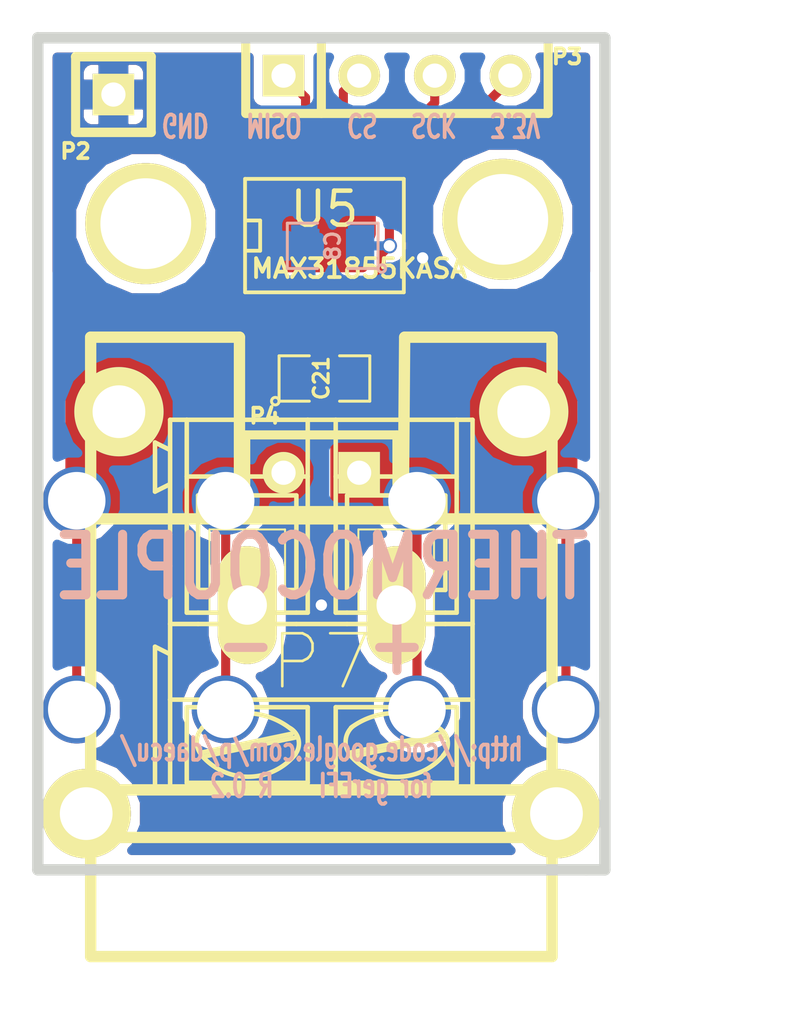
<source format=kicad_pcb>
(kicad_pcb (version 3) (host pcbnew "(2013-07-07 BZR 4022)-stable")

  (general
    (links 27)
    (no_connects 0)
    (area 93.7768 56.5658 124.877288 94.6912)
    (thickness 1.6002)
    (drawings 14)
    (tracks 56)
    (zones 0)
    (modules 12)
    (nets 8)
  )

  (page A)
  (title_block 
    (title "Thermocouple breakout")
    (rev R0.2)
    (company "gerEFI by DAECU")
  )

  (layers
    (15 Front signal)
    (0 Back signal)
    (16 B.Adhes user)
    (17 F.Adhes user)
    (18 B.Paste user)
    (19 F.Paste user)
    (20 B.SilkS user)
    (21 F.SilkS user)
    (22 B.Mask user)
    (23 F.Mask user)
    (24 Dwgs.User user)
    (25 Cmts.User user)
    (26 Eco1.User user)
    (27 Eco2.User user)
    (28 Edge.Cuts user)
  )

  (setup
    (last_trace_width 0.3048)
    (user_trace_width 0.381)
    (user_trace_width 0.508)
    (user_trace_width 0.635)
    (user_trace_width 1.016)
    (trace_clearance 0.3048)
    (zone_clearance 0.3048)
    (zone_45_only no)
    (trace_min 0.00762)
    (segment_width 0.381)
    (edge_width 0.381)
    (via_size 0.508)
    (via_drill 0.381)
    (via_min_size 0.02032)
    (via_min_drill 0.381)
    (user_via 1.00076 0.89916)
    (uvia_size 0.508)
    (uvia_drill 0.127)
    (uvias_allowed no)
    (uvia_min_size 0.02032)
    (uvia_min_drill 0.127)
    (pcb_text_width 0.3048)
    (pcb_text_size 1.524 2.032)
    (mod_edge_width 0.254)
    (mod_text_size 1.524 1.524)
    (mod_text_width 0.3048)
    (pad_size 0.635 1.143)
    (pad_drill 0)
    (pad_to_mask_clearance 0.254)
    (aux_axis_origin 0 0)
    (visible_elements 7FFFFF3F)
    (pcbplotparams
      (layerselection 284983297)
      (usegerberextensions true)
      (excludeedgelayer true)
      (linewidth 0.150000)
      (plotframeref false)
      (viasonmask false)
      (mode 1)
      (useauxorigin false)
      (hpglpennumber 1)
      (hpglpenspeed 20)
      (hpglpendiameter 15)
      (hpglpenoverlay 0)
      (psnegative false)
      (psa4output false)
      (plotreference true)
      (plotvalue false)
      (plotothertext false)
      (plotinvisibletext false)
      (padsonsilk false)
      (subtractmaskfromsilk false)
      (outputformat 1)
      (mirror false)
      (drillshape 1)
      (scaleselection 1)
      (outputdirectory gerbers/gerbers_Spin2/))
  )

  (net 0 "")
  (net 1 //CS)
  (net 2 /MISO)
  (net 3 /SCK)
  (net 4 /TCPL+)
  (net 5 /TCPL-)
  (net 6 3.3v)
  (net 7 GND)

  (net_class Default "This is the default net class."
    (clearance 0.3048)
    (trace_width 0.3048)
    (via_dia 0.508)
    (via_drill 0.381)
    (uvia_dia 0.508)
    (uvia_drill 0.127)
    (add_net "")
    (add_net //CS)
    (add_net /MISO)
    (add_net /SCK)
    (add_net /TCPL+)
    (add_net /TCPL-)
    (add_net 3.3v)
    (add_net GND)
  )

  (module 1pin (layer Front) (tedit 4F629911) (tstamp 4F628E0D)
    (at 98.87712 65.29578)
    (descr "module 1 pin (ou trou mecanique de percage)")
    (tags DEV)
    (path /4F629521)
    (fp_text reference V802 (at 0 -3.048) (layer F.SilkS) hide
      (effects (font (size 1.016 1.016) (thickness 0.254)))
    )
    (fp_text value VIA (at 0 2.794) (layer F.SilkS) hide
      (effects (font (size 1.016 1.016) (thickness 0.254)))
    )
    (pad 1 thru_hole circle (at 0 0) (size 4.064 4.064) (drill 3.048)
      (layers *.Cu *.Mask F.SilkS)
    )
  )

  (module 1pin (layer Front) (tedit 4F629903) (tstamp 4F6280CB)
    (at 110.871 65.151)
    (descr "module 1 pin (ou trou mecanique de percage)")
    (tags DEV)
    (path /4F627FCA)
    (fp_text reference V801 (at 0 -3.048) (layer F.SilkS) hide
      (effects (font (size 1.016 1.016) (thickness 0.254)))
    )
    (fp_text value VIA (at 0 2.794) (layer F.SilkS) hide
      (effects (font (size 1.016 1.016) (thickness 0.254)))
    )
    (pad 1 thru_hole circle (at 0 0) (size 4.064 4.064) (drill 3.048)
      (layers *.Cu *.Mask F.SilkS)
    )
  )

  (module SO8E (layer Front) (tedit 4F661D77) (tstamp 4E47F42B)
    (at 104.87914 65.6971)
    (descr "module CMS SOJ 8 pins etroit")
    (tags "CMS SOJ")
    (path /4E13FF86)
    (attr smd)
    (fp_text reference U5 (at 0 -0.889) (layer F.SilkS)
      (effects (font (size 1.143 1.143) (thickness 0.1524)))
    )
    (fp_text value MAX31855KASA (at 1.16586 1.1049) (layer F.SilkS)
      (effects (font (size 0.635 0.635) (thickness 0.127)))
    )
    (fp_line (start -2.667 1.778) (end -2.667 1.905) (layer F.SilkS) (width 0.127))
    (fp_line (start -2.667 1.905) (end 2.667 1.905) (layer F.SilkS) (width 0.127))
    (fp_line (start 2.667 -1.905) (end -2.667 -1.905) (layer F.SilkS) (width 0.127))
    (fp_line (start -2.667 -1.905) (end -2.667 1.778) (layer F.SilkS) (width 0.127))
    (fp_line (start -2.667 -0.508) (end -2.159 -0.508) (layer F.SilkS) (width 0.127))
    (fp_line (start -2.159 -0.508) (end -2.159 0.508) (layer F.SilkS) (width 0.127))
    (fp_line (start -2.159 0.508) (end -2.667 0.508) (layer F.SilkS) (width 0.127))
    (fp_line (start 2.667 -1.905) (end 2.667 1.905) (layer F.SilkS) (width 0.127))
    (pad 8 smd rect (at -1.905 -2.667) (size 0.508 1.143)
      (layers Front F.Paste F.Mask)
    )
    (pad 1 smd rect (at -1.905 2.667) (size 0.508 1.143)
      (layers Front F.Paste F.Mask)
      (net 7 GND)
    )
    (pad 7 smd rect (at -0.635 -2.667) (size 0.508 1.143)
      (layers Front F.Paste F.Mask)
      (net 2 /MISO)
    )
    (pad 6 smd rect (at 0.635 -2.667) (size 0.508 1.143)
      (layers Front F.Paste F.Mask)
      (net 1 //CS)
    )
    (pad 5 smd rect (at 1.905 -2.667) (size 0.508 1.143)
      (layers Front F.Paste F.Mask)
      (net 3 /SCK)
    )
    (pad 2 smd rect (at -0.635 2.667) (size 0.508 1.143)
      (layers Front F.Paste F.Mask)
      (net 5 /TCPL-)
    )
    (pad 3 smd rect (at 0.635 2.667) (size 0.508 1.143)
      (layers Front F.Paste F.Mask)
      (net 4 /TCPL+)
    )
    (pad 4 smd rect (at 1.905 2.667) (size 0.508 1.143)
      (layers Front F.Paste F.Mask)
      (net 6 3.3v)
    )
    (model 3D/so-8.wrl
      (at (xyz 0 0 0))
      (scale (xyz 1 1 1))
      (rotate (xyz 0 0 0))
    )
  )

  (module tcpl_PCC-SMP (layer Front) (tedit 535A1C3C) (tstamp 535A19ED)
    (at 104.775 78.359 270)
    (path /535A15DB)
    (fp_text reference P1 (at -1.778 9.779 270) (layer F.SilkS) hide
      (effects (font (size 1.524 1.524) (thickness 0.3048)))
    )
    (fp_text value CONN_2 (at -1.5748 4.699 360) (layer F.SilkS) hide
      (effects (font (size 1.524 1.524) (thickness 0.3048)))
    )
    (fp_text user - (at 1.016 2.54 360) (layer F.SilkS)
      (effects (font (size 1.524 1.524) (thickness 0.3048)))
    )
    (fp_text user + (at 1.016 -2.54 270) (layer F.SilkS)
      (effects (font (size 1.524 1.524) (thickness 0.3048)))
    )
    (fp_line (start -3.0988 7.74954) (end -9.25068 7.74954) (layer F.SilkS) (width 0.381))
    (fp_line (start -9.25068 7.74954) (end -9.25068 2.75082) (layer F.SilkS) (width 0.381))
    (fp_line (start -9.25068 2.75082) (end -3.1496 2.75082) (layer F.SilkS) (width 0.381))
    (fp_line (start -3.1496 -2.75082) (end -9.25068 -2.79908) (layer F.SilkS) (width 0.381))
    (fp_line (start -9.25068 -2.79908) (end -9.25068 -7.74954) (layer F.SilkS) (width 0.381))
    (fp_line (start -9.25068 -7.74954) (end -3.1496 -7.74954) (layer F.SilkS) (width 0.381))
    (fp_line (start 5.95122 7.74954) (end 5.95122 -7.74954) (layer F.SilkS) (width 0.381))
    (fp_line (start 7.54888 -7.74954) (end 7.54888 7.74954) (layer F.SilkS) (width 0.381))
    (fp_line (start -3.1496 -7.74954) (end 11.54938 -7.74954) (layer F.SilkS) (width 0.381))
    (fp_line (start -3.1496 7.74954) (end -3.1496 -7.74954) (layer F.SilkS) (width 0.381))
    (fp_line (start 11.54938 7.74954) (end -3.1496 7.74954) (layer F.SilkS) (width 0.381))
    (fp_line (start 11.54938 -7.74954) (end 11.54938 7.74954) (layer F.SilkS) (width 0.381))
    (pad M thru_hole circle (at 6.74878 -7.8994 270) (size 2.99974 2.99974) (drill 1.77038)
      (layers *.Cu *.Mask F.SilkS)
    )
    (pad M thru_hole circle (at 6.74878 7.8994 270) (size 2.99974 2.99974) (drill 1.77038)
      (layers *.Cu *.Mask F.SilkS)
    )
    (pad 2 thru_hole circle (at -6.74878 -6.79958 270) (size 2.99974 2.99974) (drill 1.77038)
      (layers *.Cu *.Mask F.SilkS)
      (net 4 /TCPL+)
    )
    (pad 1 thru_hole circle (at -6.74878 6.79958 270) (size 2.99974 2.99974) (drill 1.77038)
      (layers *.Cu *.Mask F.SilkS)
      (net 5 /TCPL-)
    )
    (model 3D/TCPL_CONNECTOR_PCC-SMP.wrl
      (at (xyz 0.46 0.315 -0.17))
      (scale (xyz 10 10 10))
      (rotate (xyz 0 0 180))
    )
  )

  (module SIL-4 (layer Front) (tedit 535A1D77) (tstamp 4F67B26C)
    (at 107.315 60.325)
    (descr "Connecteur 4 pibs")
    (tags "CONN DEV")
    (path /535A166C)
    (fp_text reference P3 (at 5.715 -0.635) (layer F.SilkS)
      (effects (font (size 0.508 0.508) (thickness 0.127)))
    )
    (fp_text value CONN_4 (at 0 -2.54) (layer F.SilkS) hide
      (effects (font (size 1.524 1.016) (thickness 0.3048)))
    )
    (fp_line (start -5.08 -1.27) (end -5.08 -1.27) (layer F.SilkS) (width 0.3048))
    (fp_line (start -5.08 1.27) (end -5.08 -1.27) (layer F.SilkS) (width 0.3048))
    (fp_line (start -5.08 -1.27) (end -5.08 -1.27) (layer F.SilkS) (width 0.3048))
    (fp_line (start -5.08 -1.27) (end 5.08 -1.27) (layer F.SilkS) (width 0.3048))
    (fp_line (start 5.08 -1.27) (end 5.08 1.27) (layer F.SilkS) (width 0.3048))
    (fp_line (start 5.08 1.27) (end -5.08 1.27) (layer F.SilkS) (width 0.3048))
    (fp_line (start -2.54 1.27) (end -2.54 -1.27) (layer F.SilkS) (width 0.3048))
    (pad 1 thru_hole rect (at -3.81 0) (size 1.397 1.397) (drill 0.8128)
      (layers *.Cu *.Mask F.SilkS)
      (net 2 /MISO)
    )
    (pad 2 thru_hole circle (at -1.27 0) (size 1.397 1.397) (drill 0.8128)
      (layers *.Cu *.Mask F.SilkS)
      (net 1 //CS)
    )
    (pad 3 thru_hole circle (at 1.27 0) (size 1.397 1.397) (drill 0.8128)
      (layers *.Cu *.Mask F.SilkS)
      (net 3 /SCK)
    )
    (pad 4 thru_hole circle (at 3.81 0) (size 1.397 1.397) (drill 0.8128)
      (layers *.Cu *.Mask F.SilkS)
      (net 6 3.3v)
    )
  )

  (module SIL-1 (layer Front) (tedit 535A1D7C) (tstamp 4F5CF533)
    (at 97.79 60.96 180)
    (descr "Connecteurs 1 pin")
    (tags "CONN DEV")
    (path /535A1737)
    (fp_text reference P2 (at 1.27 -1.905 180) (layer F.SilkS)
      (effects (font (size 0.508 0.508) (thickness 0.127)))
    )
    (fp_text value CONN_1 (at 0 -2.54 180) (layer F.SilkS) hide
      (effects (font (size 1.524 1.016) (thickness 0.254)))
    )
    (fp_line (start -1.27 1.27) (end 1.27 1.27) (layer F.SilkS) (width 0.3175))
    (fp_line (start -1.27 -1.27) (end 1.27 -1.27) (layer F.SilkS) (width 0.3175))
    (fp_line (start -1.27 1.27) (end -1.27 -1.27) (layer F.SilkS) (width 0.3048))
    (fp_line (start 1.27 -1.27) (end 1.27 1.27) (layer F.SilkS) (width 0.3048))
    (pad 1 thru_hole rect (at 0 0 180) (size 1.397 1.397) (drill 0.8128)
      (layers *.Cu *.Mask F.SilkS)
      (net 7 GND)
    )
  )

  (module SIL-2 (layer Front) (tedit 535A1CFD) (tstamp 535A1BB9)
    (at 104.775 73.66 180)
    (descr "Connecteurs 2 pins")
    (tags "CONN DEV")
    (path /535A1B1D)
    (fp_text reference P4 (at 1.905 1.905 180) (layer F.SilkS)
      (effects (font (size 0.508 0.508) (thickness 0.127)))
    )
    (fp_text value CONN_2 (at 0 -2.54 180) (layer F.SilkS) hide
      (effects (font (size 1.524 1.016) (thickness 0.3048)))
    )
    (fp_line (start -2.54 1.27) (end -2.54 -1.27) (layer F.SilkS) (width 0.3048))
    (fp_line (start -2.54 -1.27) (end 2.54 -1.27) (layer F.SilkS) (width 0.3048))
    (fp_line (start 2.54 -1.27) (end 2.54 1.27) (layer F.SilkS) (width 0.3048))
    (fp_line (start 2.54 1.27) (end -2.54 1.27) (layer F.SilkS) (width 0.3048))
    (pad 1 thru_hole rect (at -1.27 0 180) (size 1.397 1.397) (drill 0.8128)
      (layers *.Cu *.Mask F.SilkS)
      (net 4 /TCPL+)
    )
    (pad 2 thru_hole circle (at 1.27 0 180) (size 1.397 1.397) (drill 0.8128)
      (layers *.Cu *.Mask F.SilkS)
      (net 5 /TCPL-)
    )
  )

  (module SM0805-SM0603 (layer Back) (tedit 54220BA7) (tstamp 4E47F455)
    (at 105.156 66.04 180)
    (path /4E13FFE2)
    (attr smd)
    (fp_text reference C8 (at 0 0 450) (layer B.SilkS)
      (effects (font (size 0.50038 0.50038) (thickness 0.10922)) (justify mirror))
    )
    (fp_text value 100nF (at 0 -0.381 180) (layer B.SilkS) hide
      (effects (font (size 0.50038 0.50038) (thickness 0.10922)) (justify mirror))
    )
    (fp_circle (center -1.651 -0.762) (end -1.651 -0.635) (layer B.SilkS) (width 0.09906))
    (fp_line (start -0.508 -0.762) (end -1.524 -0.762) (layer B.SilkS) (width 0.09906))
    (fp_line (start -1.524 -0.762) (end -1.524 0.762) (layer B.SilkS) (width 0.09906))
    (fp_line (start -1.524 0.762) (end -0.508 0.762) (layer B.SilkS) (width 0.09906))
    (fp_line (start 0.508 0.762) (end 1.524 0.762) (layer B.SilkS) (width 0.09906))
    (fp_line (start 1.524 0.762) (end 1.524 -0.762) (layer B.SilkS) (width 0.09906))
    (fp_line (start 1.524 -0.762) (end 0.508 -0.762) (layer B.SilkS) (width 0.09906))
    (pad 1 smd rect (at -0.9525 0 180) (size 0.889 1.397)
      (layers Back B.Paste B.Mask)
      (net 6 3.3v)
    )
    (pad 2 smd rect (at 0.9525 0 180) (size 0.889 1.397)
      (layers Back B.Paste B.Mask)
      (net 7 GND)
    )
    (pad 1 smd rect (at -0.762 0 180) (size 0.635 1.143)
      (layers Back B.Paste B.Mask)
      (net 6 3.3v)
    )
    (pad 2 smd rect (at 0.762 0 180) (size 0.635 1.143)
      (layers Back B.Paste B.Mask)
      (net 7 GND)
    )
    (model smd/chip_cms.wrl
      (at (xyz 0 0 0))
      (scale (xyz 0.1 0.1 0.1))
      (rotate (xyz 0 0 0))
    )
  )

  (module SM0805-SM0603 (layer Front) (tedit 54220B8D) (tstamp 4E4C6BB1)
    (at 104.87914 70.49516)
    (path /4E4C6B54)
    (attr smd)
    (fp_text reference C21 (at -0.10414 -0.01016 90) (layer F.SilkS)
      (effects (font (size 0.50038 0.50038) (thickness 0.10922)))
    )
    (fp_text value 10nF (at 0 0.381) (layer F.SilkS) hide
      (effects (font (size 0.50038 0.50038) (thickness 0.10922)))
    )
    (fp_circle (center -1.651 0.762) (end -1.651 0.635) (layer F.SilkS) (width 0.09906))
    (fp_line (start -0.508 0.762) (end -1.524 0.762) (layer F.SilkS) (width 0.09906))
    (fp_line (start -1.524 0.762) (end -1.524 -0.762) (layer F.SilkS) (width 0.09906))
    (fp_line (start -1.524 -0.762) (end -0.508 -0.762) (layer F.SilkS) (width 0.09906))
    (fp_line (start 0.508 -0.762) (end 1.524 -0.762) (layer F.SilkS) (width 0.09906))
    (fp_line (start 1.524 -0.762) (end 1.524 0.762) (layer F.SilkS) (width 0.09906))
    (fp_line (start 1.524 0.762) (end 0.508 0.762) (layer F.SilkS) (width 0.09906))
    (pad 1 smd rect (at -0.9525 0) (size 0.889 1.397)
      (layers Front F.Paste F.Mask)
      (net 5 /TCPL-)
    )
    (pad 2 smd rect (at 0.9525 0) (size 0.889 1.397)
      (layers Front F.Paste F.Mask)
      (net 4 /TCPL+)
    )
    (pad 1 smd rect (at -0.762 0) (size 0.635 1.143)
      (layers Front F.Paste F.Mask)
      (net 5 /TCPL-)
    )
    (pad 2 smd rect (at 0.762 0) (size 0.635 1.143)
      (layers Front F.Paste F.Mask)
      (net 4 /TCPL+)
    )
    (model smd/chip_cms.wrl
      (at (xyz 0 0 0))
      (scale (xyz 0.1 0.1 0.1))
      (rotate (xyz 0 0 0))
    )
  )

  (module SCREW_TERM_534-7693 (layer Front) (tedit 54C42281) (tstamp 54C427F8)
    (at 99.06 78.105 180)
    (path /54C4236A)
    (fp_text reference P5 (at 0 -0.3175 180) (layer F.SilkS) hide
      (effects (font (size 0.127 0.127) (thickness 0.00254)))
    )
    (fp_text value CONN_1 (at 0.09906 -0.8001 180) (layer F.SilkS) hide
      (effects (font (size 0.127 0.127) (thickness 0.00254)))
    )
    (pad 1 thru_hole circle (at 2.5019 -3.5052 180) (size 2.286 2.286) (drill 1.9304)
      (layers *.Cu *.Mask)
      (net 5 /TCPL-)
    )
    (pad 1 thru_hole circle (at 2.5019 3.5052 180) (size 2.286 2.286) (drill 1.9304)
      (layers *.Cu *.Mask)
      (net 5 /TCPL-)
    )
    (pad 1 thru_hole circle (at -2.5019 3.5052 180) (size 2.286 2.286) (drill 1.9304)
      (layers *.Cu *.Mask)
      (net 5 /TCPL-)
    )
    (pad 1 thru_hole circle (at -2.5019 -3.5052 180) (size 2.286 2.286) (drill 1.9304)
      (layers *.Cu *.Mask)
      (net 5 /TCPL-)
    )
    (model 3D/screw_term_534-7693.wrl
      (at (xyz 0 0 0.22))
      (scale (xyz 10 10 10))
      (rotate (xyz 270 0 90))
    )
  )

  (module SCREW_TERM_534-7693 (layer Front) (tedit 54C42281) (tstamp 54C42800)
    (at 110.49 78.105 180)
    (path /54C42383)
    (fp_text reference P6 (at 0 -0.3175 180) (layer F.SilkS) hide
      (effects (font (size 0.127 0.127) (thickness 0.00254)))
    )
    (fp_text value CONN_1 (at 0.09906 -0.8001 180) (layer F.SilkS) hide
      (effects (font (size 0.127 0.127) (thickness 0.00254)))
    )
    (pad 1 thru_hole circle (at 2.5019 -3.5052 180) (size 2.286 2.286) (drill 1.9304)
      (layers *.Cu *.Mask)
      (net 4 /TCPL+)
    )
    (pad 1 thru_hole circle (at 2.5019 3.5052 180) (size 2.286 2.286) (drill 1.9304)
      (layers *.Cu *.Mask)
      (net 4 /TCPL+)
    )
    (pad 1 thru_hole circle (at -2.5019 3.5052 180) (size 2.286 2.286) (drill 1.9304)
      (layers *.Cu *.Mask)
      (net 4 /TCPL+)
    )
    (pad 1 thru_hole circle (at -2.5019 -3.5052 180) (size 2.286 2.286) (drill 1.9304)
      (layers *.Cu *.Mask)
      (net 4 /TCPL+)
    )
    (model 3D/screw_term_534-7693.wrl
      (at (xyz 0 0 0.22))
      (scale (xyz 10 10 10))
      (rotate (xyz 270 0 90))
    )
  )

  (module AK300-2 (layer Front) (tedit 54C7CA13) (tstamp 54C7DD75)
    (at 104.775 78.105 180)
    (descr CONNECTOR)
    (tags CONNECTOR)
    (path /54C7C9BE)
    (attr virtual)
    (fp_text reference P7 (at 0 -1.905 180) (layer F.SilkS)
      (effects (font (size 1.778 1.778) (thickness 0.0889)))
    )
    (fp_text value CONN_2 (at 0.254 7.747 180) (layer F.SilkS) hide
      (effects (font (size 1.778 1.778) (thickness 0.0889)))
    )
    (fp_line (start -3.7846 2.54) (end -1.2446 2.54) (layer F.SilkS) (width 0.06604))
    (fp_line (start -1.2446 2.54) (end -1.2446 -0.254) (layer F.SilkS) (width 0.06604))
    (fp_line (start -3.7846 -0.254) (end -1.2446 -0.254) (layer F.SilkS) (width 0.06604))
    (fp_line (start -3.7846 2.54) (end -3.7846 -0.254) (layer F.SilkS) (width 0.06604))
    (fp_line (start 1.2192 2.54) (end 3.7592 2.54) (layer F.SilkS) (width 0.06604))
    (fp_line (start 3.7592 2.54) (end 3.7592 -0.254) (layer F.SilkS) (width 0.06604))
    (fp_line (start 1.2192 -0.254) (end 3.7592 -0.254) (layer F.SilkS) (width 0.06604))
    (fp_line (start 1.2192 2.54) (end 1.2192 -0.254) (layer F.SilkS) (width 0.06604))
    (fp_line (start 5.08 -6.223) (end 5.08 -3.175) (layer F.SilkS) (width 0.1524))
    (fp_line (start 5.08 -6.223) (end -5.08 -6.223) (layer F.SilkS) (width 0.1524))
    (fp_line (start 5.08 -6.223) (end 5.588 -6.223) (layer F.SilkS) (width 0.1524))
    (fp_line (start 5.588 -6.223) (end 5.588 -1.397) (layer F.SilkS) (width 0.1524))
    (fp_line (start 5.588 -1.397) (end 5.08 -1.651) (layer F.SilkS) (width 0.1524))
    (fp_line (start 5.588 5.461) (end 5.08 5.207) (layer F.SilkS) (width 0.1524))
    (fp_line (start 5.08 5.207) (end 5.08 6.223) (layer F.SilkS) (width 0.1524))
    (fp_line (start 5.588 3.81) (end 5.08 4.064) (layer F.SilkS) (width 0.1524))
    (fp_line (start 5.08 4.064) (end 5.08 5.207) (layer F.SilkS) (width 0.1524))
    (fp_line (start 5.588 3.81) (end 5.588 5.461) (layer F.SilkS) (width 0.1524))
    (fp_line (start 0.4572 6.223) (end 0.4572 4.318) (layer F.SilkS) (width 0.1524))
    (fp_line (start 4.5212 -0.254) (end 4.5212 4.318) (layer F.SilkS) (width 0.1524))
    (fp_line (start 0.4572 6.223) (end 4.5212 6.223) (layer F.SilkS) (width 0.1524))
    (fp_line (start 4.5212 6.223) (end 5.08 6.223) (layer F.SilkS) (width 0.1524))
    (fp_line (start -0.4826 6.223) (end -0.4826 4.318) (layer F.SilkS) (width 0.1524))
    (fp_line (start -0.4826 6.223) (end 0.4572 6.223) (layer F.SilkS) (width 0.1524))
    (fp_line (start -4.5466 -0.254) (end -4.5466 4.318) (layer F.SilkS) (width 0.1524))
    (fp_line (start -5.08 6.223) (end -4.5466 6.223) (layer F.SilkS) (width 0.1524))
    (fp_line (start -4.5466 6.223) (end -0.4826 6.223) (layer F.SilkS) (width 0.1524))
    (fp_line (start 0.4572 4.318) (end 4.5212 4.318) (layer F.SilkS) (width 0.1524))
    (fp_line (start 0.4572 4.318) (end 0.4572 -0.254) (layer F.SilkS) (width 0.1524))
    (fp_line (start 4.5212 4.318) (end 4.5212 6.223) (layer F.SilkS) (width 0.1524))
    (fp_line (start -0.4826 4.318) (end -4.5466 4.318) (layer F.SilkS) (width 0.1524))
    (fp_line (start -0.4826 4.318) (end -0.4826 -0.254) (layer F.SilkS) (width 0.1524))
    (fp_line (start -4.5466 4.318) (end -4.5466 6.223) (layer F.SilkS) (width 0.1524))
    (fp_line (start 4.1402 3.683) (end 4.1402 0.508) (layer F.SilkS) (width 0.1524))
    (fp_line (start 4.1402 3.683) (end 0.8382 3.683) (layer F.SilkS) (width 0.1524))
    (fp_line (start 0.8382 3.683) (end 0.8382 0.508) (layer F.SilkS) (width 0.1524))
    (fp_line (start -0.8636 3.683) (end -0.8636 0.508) (layer F.SilkS) (width 0.1524))
    (fp_line (start -0.8636 3.683) (end -4.1656 3.683) (layer F.SilkS) (width 0.1524))
    (fp_line (start -4.1656 3.683) (end -4.1656 0.508) (layer F.SilkS) (width 0.1524))
    (fp_line (start -4.1656 0.508) (end -3.7846 0.508) (layer F.SilkS) (width 0.1524))
    (fp_line (start -0.8636 0.508) (end -1.2446 0.508) (layer F.SilkS) (width 0.1524))
    (fp_line (start 0.8382 0.508) (end 1.2192 0.508) (layer F.SilkS) (width 0.1524))
    (fp_line (start 4.1402 0.508) (end 3.7592 0.508) (layer F.SilkS) (width 0.1524))
    (fp_line (start -5.08 6.223) (end -5.08 -0.635) (layer F.SilkS) (width 0.1524))
    (fp_line (start -5.08 -0.635) (end -5.08 -3.175) (layer F.SilkS) (width 0.1524))
    (fp_line (start 5.08 -1.651) (end 5.08 -0.635) (layer F.SilkS) (width 0.1524))
    (fp_line (start 5.08 -0.635) (end 5.08 4.064) (layer F.SilkS) (width 0.1524))
    (fp_line (start -5.08 -3.175) (end 5.08 -3.175) (layer F.SilkS) (width 0.1524))
    (fp_line (start -5.08 -3.175) (end -5.08 -6.223) (layer F.SilkS) (width 0.1524))
    (fp_line (start 5.08 -3.175) (end 5.08 -1.651) (layer F.SilkS) (width 0.1524))
    (fp_line (start 0.4572 -3.429) (end 0.4572 -5.969) (layer F.SilkS) (width 0.1524))
    (fp_line (start 0.4572 -5.969) (end 4.5212 -5.969) (layer F.SilkS) (width 0.1524))
    (fp_line (start 4.5212 -5.969) (end 4.5212 -3.429) (layer F.SilkS) (width 0.1524))
    (fp_line (start 4.5212 -3.429) (end 0.4572 -3.429) (layer F.SilkS) (width 0.1524))
    (fp_line (start -0.4826 -3.429) (end -0.4826 -5.969) (layer F.SilkS) (width 0.1524))
    (fp_line (start -0.4826 -3.429) (end -4.5466 -3.429) (layer F.SilkS) (width 0.1524))
    (fp_line (start -4.5466 -3.429) (end -4.5466 -5.969) (layer F.SilkS) (width 0.1524))
    (fp_line (start -0.4826 -5.969) (end -4.5466 -5.969) (layer F.SilkS) (width 0.1524))
    (fp_line (start 0.8636 -4.445) (end 3.9116 -5.08) (layer F.SilkS) (width 0.1524))
    (fp_line (start 0.9906 -4.318) (end 4.0386 -4.953) (layer F.SilkS) (width 0.1524))
    (fp_line (start -4.1402 -4.445) (end -1.08966 -5.08) (layer F.SilkS) (width 0.1524))
    (fp_line (start -4.0132 -4.318) (end -0.9652 -4.953) (layer F.SilkS) (width 0.1524))
    (fp_line (start -4.5466 -0.254) (end -4.1656 -0.254) (layer F.SilkS) (width 0.1524))
    (fp_line (start -0.4826 -0.254) (end -0.8636 -0.254) (layer F.SilkS) (width 0.1524))
    (fp_line (start -0.8636 -0.254) (end -4.1656 -0.254) (layer F.SilkS) (width 0.1524))
    (fp_line (start -5.08 -0.635) (end -4.1656 -0.635) (layer F.SilkS) (width 0.1524))
    (fp_line (start -4.1656 -0.635) (end -0.8636 -0.635) (layer F.SilkS) (width 0.1524))
    (fp_line (start -0.8636 -0.635) (end 0.8382 -0.635) (layer F.SilkS) (width 0.1524))
    (fp_line (start 5.08 -0.635) (end 4.1402 -0.635) (layer F.SilkS) (width 0.1524))
    (fp_line (start 4.1402 -0.635) (end 0.8382 -0.635) (layer F.SilkS) (width 0.1524))
    (fp_line (start 4.5212 -0.254) (end 4.1402 -0.254) (layer F.SilkS) (width 0.1524))
    (fp_line (start 0.4572 -0.254) (end 0.8382 -0.254) (layer F.SilkS) (width 0.1524))
    (fp_line (start 0.8382 -0.254) (end 4.1402 -0.254) (layer F.SilkS) (width 0.1524))
    (fp_arc (start 3.5052 -4.59486) (end 4.01066 -5.05206) (angle 90.5) (layer F.SilkS) (width 0.1524))
    (fp_arc (start 2.54 -6.0706) (end 4.00304 -4.11734) (angle 75.5) (layer F.SilkS) (width 0.1524))
    (fp_arc (start 2.46126 -3.7084) (end 0.8636 -5.0038) (angle 100) (layer F.SilkS) (width 0.1524))
    (fp_arc (start 1.3462 -4.64566) (end 1.05664 -4.1275) (angle 104.2) (layer F.SilkS) (width 0.1524))
    (fp_arc (start -1.4986 -4.59486) (end -0.9906 -5.05206) (angle 90.5) (layer F.SilkS) (width 0.1524))
    (fp_arc (start -2.46126 -6.0706) (end -0.99822 -4.11734) (angle 75.5) (layer F.SilkS) (width 0.1524))
    (fp_arc (start -2.53746 -3.7084) (end -4.1402 -5.0038) (angle 100) (layer F.SilkS) (width 0.1524))
    (fp_arc (start -3.6576 -4.64566) (end -3.94462 -4.1275) (angle 104.2) (layer F.SilkS) (width 0.1524))
    (pad 1 thru_hole oval (at -2.5146 0 180) (size 1.9812 3.9624) (drill 1.3208)
      (layers *.Cu F.Paste F.SilkS F.Mask)
      (net 4 /TCPL+)
    )
    (pad 2 thru_hole oval (at 2.4892 0 180) (size 1.9812 3.9624) (drill 1.3208)
      (layers *.Cu F.Paste F.SilkS F.Mask)
      (net 5 /TCPL-)
    )
  )

  (gr_text "http://code.google.com/p/daecu/\nfor gerEFI    R 0.2" (at 104.775 83.566) (layer B.SilkS)
    (effects (font (size 0.762 0.508) (thickness 0.127)) (justify mirror))
  )
  (gr_text "MISO    CS   SCK   3.3V" (at 107.188 61.976 180) (layer B.SilkS)
    (effects (font (size 0.762 0.508) (thickness 0.127)) (justify mirror))
  )
  (gr_text GND (at 100.203 61.976 180) (layer B.SilkS)
    (effects (font (size 0.762 0.508) (thickness 0.127)) (justify mirror))
  )
  (dimension 19.05 (width 0.3048) (layer Cmts.User)
    (gr_text "0.7500 in" (at 104.775 93.065599) (layer Cmts.User)
      (effects (font (size 2.032 1.524) (thickness 0.3048)))
    )
    (feature1 (pts (xy 114.3 88.9) (xy 114.3 94.691199)))
    (feature2 (pts (xy 95.25 88.9) (xy 95.25 94.691199)))
    (crossbar (pts (xy 95.25 91.439999) (xy 114.3 91.439999)))
    (arrow1a (pts (xy 114.3 91.439999) (xy 113.173497 92.026419)))
    (arrow1b (pts (xy 114.3 91.439999) (xy 113.173497 90.853579)))
    (arrow2a (pts (xy 95.25 91.439999) (xy 96.376503 92.026419)))
    (arrow2b (pts (xy 95.25 91.439999) (xy 96.376503 90.853579)))
  )
  (dimension 27.94 (width 0.3048) (layer Cmts.User)
    (gr_text "1.1000 in" (at 119.1006 73.025 90) (layer Cmts.User)
      (effects (font (size 2.032 1.524) (thickness 0.3048)))
    )
    (feature1 (pts (xy 116.205 59.055) (xy 120.7262 59.055)))
    (feature2 (pts (xy 116.205 86.995) (xy 120.7262 86.995)))
    (crossbar (pts (xy 117.475 86.995) (xy 117.475 59.055)))
    (arrow1a (pts (xy 117.475 59.055) (xy 118.06142 60.181503)))
    (arrow1b (pts (xy 117.475 59.055) (xy 116.88858 60.181503)))
    (arrow2a (pts (xy 117.475 86.995) (xy 118.06142 85.868497)))
    (arrow2b (pts (xy 117.475 86.995) (xy 116.88858 85.868497)))
  )
  (gr_line (start 114.3 86.995) (end 113.665 86.995) (angle 90) (layer Edge.Cuts) (width 0.381))
  (gr_line (start 114.3 59.055) (end 114.3 86.995) (angle 90) (layer Edge.Cuts) (width 0.381))
  (gr_line (start 95.25 59.055) (end 114.3 59.055) (angle 90) (layer Edge.Cuts) (width 0.381))
  (gr_line (start 95.25 86.995) (end 95.25 59.055) (angle 90) (layer Edge.Cuts) (width 0.381))
  (gr_line (start 113.665 86.995) (end 95.25 86.995) (angle 90) (layer Edge.Cuts) (width 0.381))
  (gr_text + (at 107.315 79.375) (layer B.SilkS)
    (effects (font (size 2.032 1.524) (thickness 0.3048)))
  )
  (gr_text - (at 102.235 79.375) (layer B.SilkS)
    (effects (font (size 2.032 1.524) (thickness 0.3048)))
  )
  (gr_text THERMOCOUPLE (at 104.775 76.835) (layer B.SilkS)
    (effects (font (size 2.032 1.524) (thickness 0.3048)) (justify mirror))
  )
  (gr_text - (at 102.34422 84.19592) (layer F.SilkS)
    (effects (font (size 2.032 1.524) (thickness 0.3048)))
  )

  (segment (start 105.51414 63.0301) (end 105.51414 60.85586) (width 0.3048) (layer Front) (net 1))
  (segment (start 105.51414 60.85586) (end 106.045 60.325) (width 0.3048) (layer Front) (net 1) (tstamp 535A1F73))
  (segment (start 104.24414 63.0301) (end 104.24414 61.06414) (width 0.3048) (layer Front) (net 2))
  (segment (start 104.24414 61.06414) (end 103.505 60.325) (width 0.3048) (layer Front) (net 2) (tstamp 535A1F6E))
  (segment (start 104.24414 62.63386) (end 104.24414 63.0301) (width 0.2032) (layer Front) (net 2))
  (segment (start 108.585 60.325) (end 108.585 61.22924) (width 0.3048) (layer Front) (net 3))
  (segment (start 108.585 61.22924) (end 106.78414 63.0301) (width 0.3048) (layer Front) (net 3) (tstamp 535A1F78))
  (segment (start 107.9881 74.5998) (end 107.9881 77.4065) (width 0.3048) (layer Front) (net 4))
  (segment (start 107.9881 77.4065) (end 107.2896 78.105) (width 0.3048) (layer Front) (net 4) (tstamp 54C7DCB9))
  (segment (start 112.9919 74.5998) (end 107.9881 74.5998) (width 0.3048) (layer Front) (net 4))
  (segment (start 112.9919 81.6102) (end 112.9919 74.5998) (width 0.3048) (layer Front) (net 4))
  (segment (start 107.9881 81.6102) (end 107.9881 74.5998) (width 0.3048) (layer Front) (net 4))
  (segment (start 106.045 73.66) (end 107.0483 73.66) (width 0.3048) (layer Front) (net 4))
  (segment (start 107.0483 73.66) (end 107.9881 74.5998) (width 0.3048) (layer Front) (net 4) (tstamp 54C42832))
  (segment (start 105.51414 68.3641) (end 105.51414 73.12914) (width 0.2032) (layer Front) (net 4))
  (segment (start 105.51414 73.12914) (end 106.045 73.66) (width 0.2032) (layer Front) (net 4) (tstamp 535A1D16))
  (segment (start 105.51414 68.3641) (end 105.51414 70.36816) (width 0.508) (layer Front) (net 4))
  (segment (start 105.51414 70.36816) (end 105.64114 70.49516) (width 0.508) (layer Front) (net 4))
  (segment (start 105.64114 70.49516) (end 110.45952 70.49516) (width 0.508) (layer Front) (net 4))
  (segment (start 110.45952 70.49516) (end 111.57458 71.61022) (width 0.508) (layer Front) (net 4))
  (segment (start 101.5619 74.5998) (end 101.5619 77.3811) (width 0.3048) (layer Front) (net 5))
  (segment (start 101.5619 77.3811) (end 102.2858 78.105) (width 0.3048) (layer Front) (net 5) (tstamp 54C7DCB6))
  (segment (start 96.5581 74.5998) (end 101.5619 74.5998) (width 0.3048) (layer Front) (net 5))
  (segment (start 101.5619 81.6102) (end 101.5619 74.5998) (width 0.3048) (layer Front) (net 5))
  (segment (start 96.5581 81.6102) (end 96.5581 74.5998) (width 0.3048) (layer Front) (net 5))
  (segment (start 103.505 73.66) (end 102.5017 73.66) (width 0.3048) (layer Front) (net 5))
  (segment (start 102.5017 73.66) (end 101.5619 74.5998) (width 0.3048) (layer Front) (net 5) (tstamp 54C4283C))
  (segment (start 99.09048 70.49516) (end 97.97542 71.61022) (width 0.508) (layer Front) (net 5))
  (segment (start 104.11714 70.49516) (end 99.09048 70.49516) (width 0.508) (layer Front) (net 5))
  (segment (start 104.24414 70.36816) (end 104.11714 70.49516) (width 0.508) (layer Front) (net 5))
  (segment (start 104.24414 68.3641) (end 104.24414 70.36816) (width 0.508) (layer Front) (net 5))
  (segment (start 104.24414 68.3641) (end 104.24414 72.92086) (width 0.2032) (layer Front) (net 5))
  (segment (start 104.24414 72.92086) (end 103.505 73.66) (width 0.2032) (layer Front) (net 5) (tstamp 535A1D0E))
  (segment (start 106.1085 66.04) (end 107.061 66.04) (width 0.3048) (layer Back) (net 6))
  (via (at 107.061 66.04) (size 0.508) (layers Front Back) (net 6))
  (segment (start 107.061 66.04) (end 107.061 64.516) (width 0.3048) (layer Front) (net 6))
  (segment (start 111.125 60.452) (end 111.125 60.325) (width 0.3048) (layer Front) (net 6) (tstamp 535A2433))
  (segment (start 107.061 64.516) (end 111.125 60.452) (width 0.3048) (layer Front) (net 6) (tstamp 535A2425))
  (segment (start 106.78414 68.3641) (end 106.78414 66.31686) (width 0.3048) (layer Front) (net 6))
  (segment (start 106.78414 66.31686) (end 107.061 66.04) (width 0.3048) (layer Front) (net 6) (tstamp 535A20D0))
  (segment (start 104.2035 66.04) (end 104.2035 68.5165) (width 0.3048) (layer Back) (net 7))
  (via (at 104.775 78.105) (size 0.508) (layers Front Back) (net 7))
  (segment (start 104.775 69.088) (end 104.775 78.105) (width 0.3048) (layer Back) (net 7) (tstamp 54C7DCC0))
  (segment (start 104.2035 68.5165) (end 104.775 69.088) (width 0.3048) (layer Back) (net 7) (tstamp 54C7DCBE))
  (segment (start 107.3658 64.9224) (end 107.3404 64.9224) (width 0.3048) (layer Back) (net 7))
  (segment (start 107.3658 64.9224) (end 108.1786 65.7352) (width 0.3048) (layer Back) (net 7) (tstamp 535A240D))
  (segment (start 108.1786 65.7352) (end 108.1786 66.4464) (width 0.3048) (layer Back) (net 7) (tstamp 535A2411))
  (via (at 108.1786 66.4464) (size 0.508) (layers Front Back) (net 7))
  (segment (start 108.1024 66.3702) (end 108.1786 66.4464) (width 0.3048) (layer Front) (net 7) (tstamp 535A241A))
  (segment (start 104.2035 65.2145) (end 104.2035 66.04) (width 0.3048) (layer Back) (net 7) (tstamp 53863438))
  (segment (start 104.648 64.77) (end 104.2035 65.2145) (width 0.3048) (layer Back) (net 7) (tstamp 53863437))
  (segment (start 107.188 64.77) (end 104.648 64.77) (width 0.3048) (layer Back) (net 7) (tstamp 53863436))
  (segment (start 107.3404 64.9224) (end 107.188 64.77) (width 0.3048) (layer Back) (net 7) (tstamp 53863435))
  (segment (start 102.97414 68.3641) (end 102.97414 65.12814) (width 0.3048) (layer Front) (net 7))
  (segment (start 98.806 60.96) (end 97.79 60.96) (width 0.3048) (layer Front) (net 7) (tstamp 535A20DA))
  (segment (start 102.97414 65.12814) (end 98.806 60.96) (width 0.3048) (layer Front) (net 7) (tstamp 535A20D6))

  (zone (net 4) (net_name /TCPL+) (layer Front) (tstamp 535A2568) (hatch edge 0.508)
    (connect_pads yes (clearance 0.2032))
    (min_thickness 0.254)
    (fill (arc_segments 16) (thermal_gap 0.508) (thermal_bridge_width 0.508) (smoothing fillet) (radius 0.508))
    (polygon
      (pts
        (xy 113.37798 75.29576) (xy 113.37798 67.39636) (xy 105.07726 67.39636) (xy 105.07726 75.29576)
      )
    )
    (filled_polygon
      (pts
        (xy 113.25098 74.775252) (xy 113.21968 74.93261) (xy 113.137628 75.055408) (xy 113.01483 75.13746) (xy 112.857472 75.16876)
        (xy 105.597768 75.16876) (xy 105.44041 75.13746) (xy 105.317612 75.055408) (xy 105.23556 74.93261) (xy 105.20426 74.775252)
        (xy 105.20426 67.916868) (xy 105.23556 67.75951) (xy 105.317612 67.636712) (xy 105.44041 67.55466) (xy 105.597768 67.52336)
        (xy 106.18866 67.52336) (xy 106.164292 67.547686) (xy 106.098416 67.706333) (xy 106.098266 67.878113) (xy 106.098266 69.021113)
        (xy 106.163865 69.179875) (xy 106.285226 69.301448) (xy 106.443873 69.367324) (xy 106.615653 69.367474) (xy 107.123653 69.367474)
        (xy 107.282415 69.301875) (xy 107.403988 69.180514) (xy 107.469864 69.021867) (xy 107.470014 68.850087) (xy 107.470014 67.707087)
        (xy 107.404415 67.548325) (xy 107.379493 67.52336) (xy 110.159591 67.52336) (xy 110.37877 67.614371) (xy 111.35893 67.615226)
        (xy 111.581262 67.52336) (xy 112.857472 67.52336) (xy 113.01483 67.55466) (xy 113.137628 67.636712) (xy 113.21968 67.75951)
        (xy 113.25098 67.916868) (xy 113.25098 74.775252)
      )
    )
  )
  (zone (net 5) (net_name /TCPL-) (layer Front) (tstamp 535A2567) (hatch edge 0.508)
    (connect_pads yes (clearance 0.2032))
    (min_thickness 0.254)
    (fill (arc_segments 16) (thermal_gap 0.508) (thermal_bridge_width 0.508) (smoothing fillet) (radius 0.508))
    (polygon
      (pts
        (xy 104.67848 75.29576) (xy 104.67848 67.39636) (xy 96.1771 67.39636) (xy 96.1771 75.29576)
      )
    )
    (filled_polygon
      (pts
        (xy 104.55148 74.775252) (xy 104.52018 74.93261) (xy 104.438128 75.055408) (xy 104.31533 75.13746) (xy 104.157972 75.16876)
        (xy 96.697608 75.16876) (xy 96.54025 75.13746) (xy 96.417452 75.055408) (xy 96.3354 74.93261) (xy 96.3041 74.775252)
        (xy 96.3041 67.916868) (xy 96.3354 67.75951) (xy 96.417452 67.636712) (xy 96.54025 67.55466) (xy 96.697608 67.52336)
        (xy 97.817043 67.52336) (xy 98.38489 67.759151) (xy 99.36505 67.760006) (xy 99.937776 67.52336) (xy 102.37866 67.52336)
        (xy 102.354292 67.547686) (xy 102.288416 67.706333) (xy 102.288266 67.878113) (xy 102.288266 69.021113) (xy 102.353865 69.179875)
        (xy 102.475226 69.301448) (xy 102.633873 69.367324) (xy 102.805653 69.367474) (xy 103.313653 69.367474) (xy 103.472415 69.301875)
        (xy 103.593988 69.180514) (xy 103.659864 69.021867) (xy 103.660014 68.850087) (xy 103.660014 67.707087) (xy 103.594415 67.548325)
        (xy 103.569493 67.52336) (xy 104.157972 67.52336) (xy 104.31533 67.55466) (xy 104.438128 67.636712) (xy 104.52018 67.75951)
        (xy 104.55148 67.916868) (xy 104.55148 74.775252)
      )
    )
  )
  (zone (net 7) (net_name GND) (layer Back) (tstamp 535A2566) (hatch edge 0.508)
    (connect_pads (clearance 0.3048))
    (min_thickness 0.3048)
    (fill (arc_segments 16) (thermal_gap 0.3) (thermal_bridge_width 1.38176) (smoothing fillet) (radius 0.508))
    (polygon
      (pts
        (xy 114.935 58.42) (xy 94.615 58.42) (xy 94.615 87.63) (xy 114.935 87.63)
      )
    )
    (filled_polygon
      (pts
        (xy 113.6523 80.151751) (xy 113.311596 80.010279) (xy 112.674997 80.009724) (xy 112.086644 80.252826) (xy 111.636108 80.702576)
        (xy 111.391979 81.290504) (xy 111.391424 81.927103) (xy 111.634526 82.515456) (xy 112.084276 82.965992) (xy 112.528819 83.150582)
        (xy 112.286823 83.150371) (xy 111.567257 83.44769) (xy 111.016244 83.997742) (xy 110.717671 84.716787) (xy 110.716991 85.495357)
        (xy 111.01431 86.214923) (xy 111.146456 86.3473) (xy 109.588576 86.3473) (xy 109.588576 81.293297) (xy 109.345474 80.704944)
        (xy 108.895724 80.254408) (xy 108.394179 80.046148) (xy 108.627193 79.69742) (xy 108.7374 79.143371) (xy 108.7374 77.066629)
        (xy 108.627193 76.51258) (xy 108.393958 76.16352) (xy 108.893356 75.957174) (xy 109.343892 75.507424) (xy 109.588021 74.919496)
        (xy 109.588576 74.282897) (xy 109.345474 73.694544) (xy 108.895724 73.244008) (xy 108.307796 72.999879) (xy 107.772323 72.999412)
        (xy 107.772323 65.899154) (xy 107.664277 65.637664) (xy 107.464388 65.437426) (xy 107.203087 65.328924) (xy 107.010279 65.328755)
        (xy 107.010279 65.250956) (xy 106.940821 65.082855) (xy 106.812321 64.954131) (xy 106.644341 64.88438) (xy 106.462456 64.884221)
        (xy 105.573456 64.884221) (xy 105.405355 64.953679) (xy 105.276631 65.082179) (xy 105.231517 65.190824) (xy 105.213131 65.209179)
        (xy 105.153401 65.353024) (xy 105.094802 65.211902) (xy 105.076416 65.193548) (xy 105.031302 65.084902) (xy 104.903929 64.957751)
        (xy 104.737593 64.889022) (xy 104.53885 64.8891) (xy 104.42575 65.0022) (xy 104.42575 65.69075) (xy 104.55275 65.69075)
        (xy 104.55275 65.75425) (xy 104.7115 65.75425) (xy 104.7115 66.32575) (xy 104.55275 66.32575) (xy 104.55275 66.38925)
        (xy 104.42575 66.38925) (xy 104.42575 67.0778) (xy 104.53885 67.1909) (xy 104.737593 67.190978) (xy 104.903929 67.122249)
        (xy 105.031302 66.995098) (xy 105.076416 66.886451) (xy 105.094802 66.868098) (xy 105.153462 66.726829) (xy 105.212679 66.870145)
        (xy 105.231489 66.888988) (xy 105.276179 66.997145) (xy 105.404679 67.125869) (xy 105.572659 67.19562) (xy 105.754544 67.195779)
        (xy 106.643544 67.195779) (xy 106.811645 67.126321) (xy 106.940369 66.997821) (xy 107.01012 66.829841) (xy 107.010188 66.751155)
        (xy 107.201846 66.751323) (xy 107.463336 66.643277) (xy 107.663574 66.443388) (xy 107.772076 66.182087) (xy 107.772323 65.899154)
        (xy 107.772323 72.999412) (xy 107.671197 72.999324) (xy 107.200779 73.193696) (xy 107.200779 72.870956) (xy 107.131321 72.702855)
        (xy 107.002821 72.574131) (xy 106.834841 72.50438) (xy 106.652956 72.504221) (xy 105.255956 72.504221) (xy 105.087855 72.573679)
        (xy 104.959131 72.702179) (xy 104.88938 72.870159) (xy 104.889221 73.052044) (xy 104.889221 74.449044) (xy 104.958679 74.617145)
        (xy 105.087179 74.745869) (xy 105.255159 74.81562) (xy 105.437044 74.815779) (xy 106.387711 74.815779) (xy 106.387624 74.916703)
        (xy 106.630726 75.505056) (xy 106.834639 75.709326) (xy 106.735551 75.729036) (xy 106.265851 76.04288) (xy 105.952007 76.51258)
        (xy 105.8418 77.066629) (xy 105.8418 79.143371) (xy 105.952007 79.69742) (xy 106.265851 80.16712) (xy 106.735551 80.480964)
        (xy 106.834575 80.500661) (xy 106.632308 80.702576) (xy 106.388179 81.290504) (xy 106.387624 81.927103) (xy 106.630726 82.515456)
        (xy 107.080476 82.965992) (xy 107.668404 83.210121) (xy 108.305003 83.210676) (xy 108.893356 82.967574) (xy 109.343892 82.517824)
        (xy 109.588021 81.929896) (xy 109.588576 81.293297) (xy 109.588576 86.3473) (xy 104.6609 86.3473) (xy 104.6609 73.431126)
        (xy 104.485326 73.006204) (xy 104.23525 72.755691) (xy 104.23525 66.9508) (xy 104.23525 66.32575) (xy 104.23525 65.75425)
        (xy 104.23525 65.1292) (xy 104.12215 65.0161) (xy 103.986907 65.016022) (xy 103.98125 65.018359) (xy 103.98125 65.0022)
        (xy 103.86815 64.8891) (xy 103.669407 64.889022) (xy 103.503071 64.957751) (xy 103.375698 65.084902) (xy 103.306679 65.251117)
        (xy 103.306522 65.431093) (xy 103.3066 65.57765) (xy 103.4197 65.69075) (xy 103.6737 65.69075) (xy 103.7372 65.75425)
        (xy 104.23525 65.75425) (xy 104.23525 66.32575) (xy 103.7372 66.32575) (xy 103.6737 66.38925) (xy 103.4197 66.38925)
        (xy 103.3066 66.50235) (xy 103.306522 66.648907) (xy 103.306679 66.828883) (xy 103.375698 66.995098) (xy 103.503071 67.122249)
        (xy 103.669407 67.190978) (xy 103.86815 67.1909) (xy 103.98125 67.0778) (xy 103.98125 67.06164) (xy 103.986907 67.063978)
        (xy 104.12215 67.0639) (xy 104.23525 66.9508) (xy 104.23525 72.755691) (xy 104.160506 72.680817) (xy 103.735891 72.504502)
        (xy 103.276126 72.5041) (xy 102.851204 72.679674) (xy 102.525817 73.004494) (xy 102.432709 73.228721) (xy 101.881596 72.999879)
        (xy 101.366751 72.99943) (xy 101.366751 64.80282) (xy 100.988591 63.887604) (xy 100.288979 63.18677) (xy 99.374425 62.807013)
        (xy 98.940978 62.806634) (xy 98.940978 61.568907) (xy 98.940978 60.351093) (xy 98.940821 60.171117) (xy 98.871802 60.004902)
        (xy 98.744429 59.877751) (xy 98.578093 59.809022) (xy 98.25235 59.8091) (xy 98.13925 59.9222) (xy 98.13925 60.61075)
        (xy 98.8278 60.61075) (xy 98.9409 60.49765) (xy 98.940978 60.351093) (xy 98.940978 61.568907) (xy 98.9409 61.42235)
        (xy 98.8278 61.30925) (xy 98.13925 61.30925) (xy 98.13925 61.9978) (xy 98.25235 62.1109) (xy 98.578093 62.110978)
        (xy 98.744429 62.042249) (xy 98.871802 61.915098) (xy 98.940821 61.748883) (xy 98.940978 61.568907) (xy 98.940978 62.806634)
        (xy 98.38416 62.806149) (xy 97.468944 63.184309) (xy 97.44075 63.212453) (xy 97.44075 61.9978) (xy 97.44075 61.30925)
        (xy 97.44075 60.61075) (xy 97.44075 59.9222) (xy 97.32765 59.8091) (xy 97.001907 59.809022) (xy 96.835571 59.877751)
        (xy 96.708198 60.004902) (xy 96.639179 60.171117) (xy 96.639022 60.351093) (xy 96.6391 60.49765) (xy 96.7522 60.61075)
        (xy 97.44075 60.61075) (xy 97.44075 61.30925) (xy 96.7522 61.30925) (xy 96.6391 61.42235) (xy 96.639022 61.568907)
        (xy 96.639179 61.748883) (xy 96.708198 61.915098) (xy 96.835571 62.042249) (xy 97.001907 62.110978) (xy 97.32765 62.1109)
        (xy 97.44075 61.9978) (xy 97.44075 63.212453) (xy 96.76811 63.883921) (xy 96.388353 64.798475) (xy 96.387489 65.78874)
        (xy 96.765649 66.703956) (xy 97.465261 67.40479) (xy 98.379815 67.784547) (xy 99.37008 67.785411) (xy 100.285296 67.407251)
        (xy 100.98613 66.707639) (xy 101.365887 65.793085) (xy 101.366751 64.80282) (xy 101.366751 72.99943) (xy 101.244997 72.999324)
        (xy 100.656644 73.242426) (xy 100.206108 73.692176) (xy 99.961979 74.280104) (xy 99.961424 74.916703) (xy 100.204526 75.505056)
        (xy 100.654276 75.955592) (xy 101.175703 76.172107) (xy 100.948207 76.51258) (xy 100.838 77.066629) (xy 100.838 79.143371)
        (xy 100.948207 79.69742) (xy 101.175946 80.038255) (xy 100.656644 80.252826) (xy 100.206108 80.702576) (xy 99.961979 81.290504)
        (xy 99.961424 81.927103) (xy 100.204526 82.515456) (xy 100.654276 82.965992) (xy 101.242204 83.210121) (xy 101.878803 83.210676)
        (xy 102.467156 82.967574) (xy 102.917692 82.517824) (xy 103.161821 81.929896) (xy 103.162376 81.293297) (xy 102.919274 80.704944)
        (xy 102.719568 80.504889) (xy 102.839849 80.480964) (xy 103.309549 80.16712) (xy 103.623393 79.69742) (xy 103.7336 79.143371)
        (xy 103.7336 77.066629) (xy 103.623393 76.51258) (xy 103.309549 76.04288) (xy 102.839849 75.729036) (xy 102.719644 75.705125)
        (xy 102.917692 75.507424) (xy 103.161821 74.919496) (xy 103.161952 74.768926) (xy 103.274109 74.815498) (xy 103.733874 74.8159)
        (xy 104.158796 74.640326) (xy 104.484183 74.315506) (xy 104.660498 73.890891) (xy 104.6609 73.431126) (xy 104.6609 86.3473)
        (xy 98.404047 86.3473) (xy 98.533756 86.217818) (xy 98.832329 85.498773) (xy 98.833009 84.720203) (xy 98.53569 84.000637)
        (xy 97.985638 83.449624) (xy 97.266593 83.151051) (xy 97.019828 83.150835) (xy 97.463356 82.967574) (xy 97.913892 82.517824)
        (xy 98.158021 81.929896) (xy 98.158576 81.293297) (xy 97.915474 80.704944) (xy 97.465724 80.254408) (xy 96.877796 80.010279)
        (xy 96.241197 80.009724) (xy 95.8977 80.151653) (xy 95.8977 76.058248) (xy 96.238404 76.199721) (xy 96.875003 76.200276)
        (xy 97.463356 75.957174) (xy 97.913892 75.507424) (xy 98.158021 74.919496) (xy 98.158576 74.282897) (xy 97.915474 73.694544)
        (xy 97.788279 73.567127) (xy 98.362997 73.567629) (xy 99.082563 73.27031) (xy 99.633576 72.720258) (xy 99.932149 72.001213)
        (xy 99.932829 71.222643) (xy 99.63551 70.503077) (xy 99.085458 69.952064) (xy 98.366413 69.653491) (xy 97.587843 69.652811)
        (xy 96.868277 69.95013) (xy 96.317264 70.500182) (xy 96.018691 71.219227) (xy 96.018011 71.997797) (xy 96.31533 72.717363)
        (xy 96.597108 72.999634) (xy 96.241197 72.999324) (xy 95.8977 73.141253) (xy 95.8977 59.7027) (xy 102.349233 59.7027)
        (xy 102.349221 59.717044) (xy 102.349221 61.114044) (xy 102.418679 61.282145) (xy 102.547179 61.410869) (xy 102.715159 61.48062)
        (xy 102.897044 61.480779) (xy 104.294044 61.480779) (xy 104.462145 61.411321) (xy 104.590869 61.282821) (xy 104.66062 61.114841)
        (xy 104.660779 60.932956) (xy 104.660779 59.7027) (xy 105.052028 59.7027) (xy 104.889502 60.094109) (xy 104.8891 60.553874)
        (xy 105.064674 60.978796) (xy 105.389494 61.304183) (xy 105.814109 61.480498) (xy 106.273874 61.4809) (xy 106.698796 61.305326)
        (xy 107.024183 60.980506) (xy 107.200498 60.555891) (xy 107.2009 60.096126) (xy 107.038339 59.7027) (xy 107.592028 59.7027)
        (xy 107.429502 60.094109) (xy 107.4291 60.553874) (xy 107.604674 60.978796) (xy 107.929494 61.304183) (xy 108.354109 61.480498)
        (xy 108.813874 61.4809) (xy 109.238796 61.305326) (xy 109.564183 60.980506) (xy 109.740498 60.555891) (xy 109.7409 60.096126)
        (xy 109.578339 59.7027) (xy 110.132028 59.7027) (xy 109.969502 60.094109) (xy 109.9691 60.553874) (xy 110.144674 60.978796)
        (xy 110.469494 61.304183) (xy 110.894109 61.480498) (xy 111.353874 61.4809) (xy 111.778796 61.305326) (xy 112.104183 60.980506)
        (xy 112.280498 60.555891) (xy 112.2809 60.096126) (xy 112.118339 59.7027) (xy 113.6523 59.7027) (xy 113.6523 73.141351)
        (xy 113.311596 72.999879) (xy 112.952939 72.999566) (xy 113.232736 72.720258) (xy 113.531309 72.001213) (xy 113.531989 71.222643)
        (xy 113.360631 70.807925) (xy 113.360631 64.65804) (xy 112.982471 63.742824) (xy 112.282859 63.04199) (xy 111.368305 62.662233)
        (xy 110.37804 62.661369) (xy 109.462824 63.039529) (xy 108.76199 63.739141) (xy 108.382233 64.653695) (xy 108.381369 65.64396)
        (xy 108.759529 66.559176) (xy 109.459141 67.26001) (xy 110.373695 67.639767) (xy 111.36396 67.640631) (xy 112.279176 67.262471)
        (xy 112.98001 66.562859) (xy 113.359767 65.648305) (xy 113.360631 64.65804) (xy 113.360631 70.807925) (xy 113.23467 70.503077)
        (xy 112.684618 69.952064) (xy 111.965573 69.653491) (xy 111.187003 69.652811) (xy 110.467437 69.95013) (xy 109.916424 70.500182)
        (xy 109.617851 71.219227) (xy 109.617171 71.997797) (xy 109.91449 72.717363) (xy 110.464542 73.268376) (xy 111.183587 73.566949)
        (xy 111.761048 73.567453) (xy 111.636108 73.692176) (xy 111.391979 74.280104) (xy 111.391424 74.916703) (xy 111.634526 75.505056)
        (xy 112.084276 75.955592) (xy 112.672204 76.199721) (xy 113.308803 76.200276) (xy 113.6523 76.058346) (xy 113.6523 80.151751)
      )
    )
  )
  (zone (net 7) (net_name GND) (layer Front) (tstamp 535A256C) (hatch edge 0.508)
    (connect_pads (clearance 0.3048))
    (min_thickness 0.3048)
    (fill (arc_segments 16) (thermal_gap 0.3) (thermal_bridge_width 1.38176) (smoothing fillet) (radius 0.508))
    (polygon
      (pts
        (xy 93.98 57.785) (xy 115.57 57.785) (xy 115.57 88.265) (xy 93.98 88.265)
      )
    )
    (polygon
      (pts        (xy 95.758 75.692) (xy 95.758 66.929) (xy 113.792 66.929) (xy 113.792 75.692)
      )
    )
    (filled_polygon
      (pts
        (xy 106.656016 64.058879) (xy 106.629948 64.084948) (xy 106.497803 64.282716) (xy 106.4514 64.516) (xy 106.4514 65.653532)
        (xy 106.356272 65.882623) (xy 106.353088 65.885808) (xy 106.220943 66.083576) (xy 106.17454 66.31686) (xy 106.17454 66.7766)
        (xy 100.917048 66.7766) (xy 100.98613 66.707639) (xy 101.365887 65.793085) (xy 101.366751 64.80282) (xy 100.988591 63.887604)
        (xy 100.288979 63.18677) (xy 99.374425 62.807013) (xy 98.940978 62.806634) (xy 98.940978 61.568907) (xy 98.940978 60.351093)
        (xy 98.940821 60.171117) (xy 98.871802 60.004902) (xy 98.744429 59.877751) (xy 98.578093 59.809022) (xy 98.25235 59.8091)
        (xy 98.13925 59.9222) (xy 98.13925 60.61075) (xy 98.8278 60.61075) (xy 98.9409 60.49765) (xy 98.940978 60.351093)
        (xy 98.940978 61.568907) (xy 98.9409 61.42235) (xy 98.8278 61.30925) (xy 98.13925 61.30925) (xy 98.13925 61.9978)
        (xy 98.25235 62.1109) (xy 98.578093 62.110978) (xy 98.744429 62.042249) (xy 98.871802 61.915098) (xy 98.940821 61.748883)
        (xy 98.940978 61.568907) (xy 98.940978 62.806634) (xy 98.38416 62.806149) (xy 97.468944 63.184309) (xy 97.44075 63.212453)
        (xy 97.44075 61.9978) (xy 97.44075 61.30925) (xy 97.44075 60.61075) (xy 97.44075 59.9222) (xy 97.32765 59.8091)
        (xy 97.001907 59.809022) (xy 96.835571 59.877751) (xy 96.708198 60.004902) (xy 96.639179 60.171117) (xy 96.639022 60.351093)
        (xy 96.6391 60.49765) (xy 96.7522 60.61075) (xy 97.44075 60.61075) (xy 97.44075 61.30925) (xy 96.7522 61.30925)
        (xy 96.6391 61.42235) (xy 96.639022 61.568907) (xy 96.639179 61.748883) (xy 96.708198 61.915098) (xy 96.835571 62.042249)
        (xy 97.001907 62.110978) (xy 97.32765 62.1109) (xy 97.44075 61.9978) (xy 97.44075 63.212453) (xy 96.76811 63.883921)
        (xy 96.388353 64.798475) (xy 96.387489 65.78874) (xy 96.765649 66.703956) (xy 96.838166 66.7766) (xy 96.25099 66.7766)
        (xy 96.012133 66.824111) (xy 95.8977 66.900573) (xy 95.8977 59.7027) (xy 102.349233 59.7027) (xy 102.349221 59.717044)
        (xy 102.349221 61.114044) (xy 102.418679 61.282145) (xy 102.547179 61.410869) (xy 102.715159 61.48062) (xy 102.897044 61.480779)
        (xy 103.63454 61.480779) (xy 103.63454 62.167565) (xy 103.609039 62.193021) (xy 103.487461 62.071231) (xy 103.319481 62.00148)
        (xy 103.137596 62.001321) (xy 102.629596 62.001321) (xy 102.461495 62.070779) (xy 102.332771 62.199279) (xy 102.26302 62.367259)
        (xy 102.262861 62.549144) (xy 102.262861 63.692144) (xy 102.332319 63.860245) (xy 102.460819 63.988969) (xy 102.628799 64.05872)
        (xy 102.810684 64.058879) (xy 103.318684 64.058879) (xy 103.486785 63.989421) (xy 103.60924 63.867178) (xy 103.730819 63.988969)
        (xy 103.898799 64.05872) (xy 104.080684 64.058879) (xy 104.588684 64.058879) (xy 104.756785 63.989421) (xy 104.87924 63.867178)
        (xy 105.000819 63.988969) (xy 105.168799 64.05872) (xy 105.350684 64.058879) (xy 105.858684 64.058879) (xy 106.026785 63.989421)
        (xy 106.14924 63.867178) (xy 106.270819 63.988969) (xy 106.438799 64.05872) (xy 106.620684 64.058879) (xy 106.656016 64.058879)
      )
    )
    (filled_polygon
      (pts
        (xy 112.528819 83.150582) (xy 112.286823 83.150371) (xy 111.567257 83.44769) (xy 111.016244 83.997742) (xy 110.717671 84.716787)
        (xy 110.716991 85.495357) (xy 111.01431 86.214923) (xy 111.146456 86.3473) (xy 98.404047 86.3473) (xy 98.533756 86.217818)
        (xy 98.832329 85.498773) (xy 98.833009 84.720203) (xy 98.53569 84.000637) (xy 97.985638 83.449624) (xy 97.266593 83.151051)
        (xy 97.019828 83.150835) (xy 97.463356 82.967574) (xy 97.913892 82.517824) (xy 98.158021 81.929896) (xy 98.158576 81.293297)
        (xy 97.915474 80.704944) (xy 97.465724 80.254408) (xy 97.1677 80.130657) (xy 97.1677 76.079336) (xy 97.463356 75.957174)
        (xy 97.576327 75.8444) (xy 100.543277 75.8444) (xy 100.654276 75.955592) (xy 100.9523 76.079342) (xy 100.9523 76.506454)
        (xy 100.948207 76.51258) (xy 100.838 77.066629) (xy 100.838 79.143371) (xy 100.948207 79.69742) (xy 100.9523 79.703545)
        (xy 100.9523 80.130663) (xy 100.656644 80.252826) (xy 100.206108 80.702576) (xy 99.961979 81.290504) (xy 99.961424 81.927103)
        (xy 100.204526 82.515456) (xy 100.654276 82.965992) (xy 101.242204 83.210121) (xy 101.878803 83.210676) (xy 102.467156 82.967574)
        (xy 102.917692 82.517824) (xy 103.161821 81.929896) (xy 103.162376 81.293297) (xy 102.919274 80.704944) (xy 102.719568 80.504889)
        (xy 102.839849 80.480964) (xy 103.309549 80.16712) (xy 103.623393 79.69742) (xy 103.7336 79.143371) (xy 103.7336 77.066629)
        (xy 103.623393 76.51258) (xy 103.309549 76.04288) (xy 103.012503 75.8444) (xy 106.562896 75.8444) (xy 106.265851 76.04288)
        (xy 105.952007 76.51258) (xy 105.8418 77.066629) (xy 105.8418 79.143371) (xy 105.952007 79.69742) (xy 106.265851 80.16712)
        (xy 106.735551 80.480964) (xy 106.834575 80.500661) (xy 106.632308 80.702576) (xy 106.388179 81.290504) (xy 106.387624 81.927103)
        (xy 106.630726 82.515456) (xy 107.080476 82.965992) (xy 107.668404 83.210121) (xy 108.305003 83.210676) (xy 108.893356 82.967574)
        (xy 109.343892 82.517824) (xy 109.588021 81.929896) (xy 109.588576 81.293297) (xy 109.345474 80.704944) (xy 108.895724 80.254408)
        (xy 108.5977 80.130657) (xy 108.5977 79.741559) (xy 108.627193 79.69742) (xy 108.7374 79.143371) (xy 108.7374 77.066629)
        (xy 108.627193 76.51258) (xy 108.5977 76.46844) (xy 108.5977 76.079336) (xy 108.893356 75.957174) (xy 109.006327 75.8444)
        (xy 111.973277 75.8444) (xy 112.084276 75.955592) (xy 112.3823 76.079342) (xy 112.3823 80.130663) (xy 112.086644 80.252826)
        (xy 111.636108 80.702576) (xy 111.391979 81.290504) (xy 111.391424 81.927103) (xy 111.634526 82.515456) (xy 112.084276 82.965992)
        (xy 112.528819 83.150582)
      )
    )
    (filled_polygon
      (pts
        (xy 113.6523 66.900573) (xy 113.537867 66.824111) (xy 113.29901 66.7766) (xy 112.765895 66.7766) (xy 112.98001 66.562859)
        (xy 113.359767 65.648305) (xy 113.360631 64.65804) (xy 112.982471 63.742824) (xy 112.282859 63.04199) (xy 111.368305 62.662233)
        (xy 110.37804 62.661369) (xy 109.462824 63.039529) (xy 108.76199 63.739141) (xy 108.382233 64.653695) (xy 108.381369 65.64396)
        (xy 108.759529 66.559176) (xy 108.976573 66.7766) (xy 107.39374 66.7766) (xy 107.39374 66.672033) (xy 107.463336 66.643277)
        (xy 107.663574 66.443388) (xy 107.772076 66.182087) (xy 107.772323 65.899154) (xy 107.6706 65.652966) (xy 107.6706 64.768504)
        (xy 110.95855 61.480554) (xy 111.353874 61.4809) (xy 111.778796 61.305326) (xy 112.104183 60.980506) (xy 112.280498 60.555891)
        (xy 112.2809 60.096126) (xy 112.118339 59.7027) (xy 113.6523 59.7027) (xy 113.6523 66.900573)
      )
    )
  )
)

</source>
